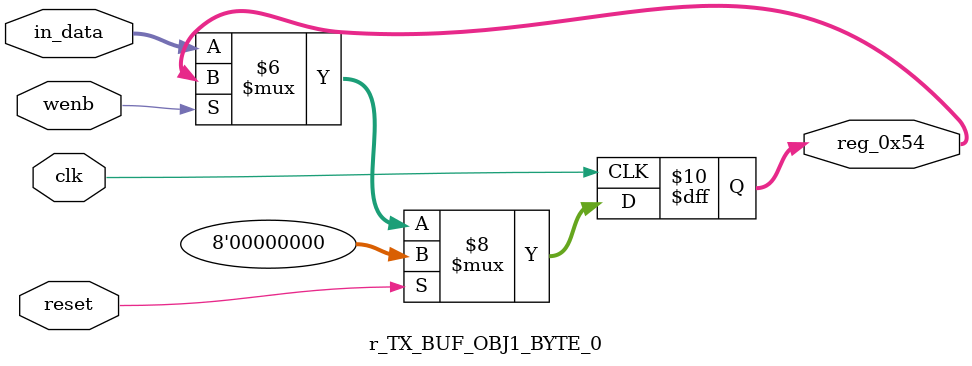
<source format=v>
module r_TX_BUF_OBJ1_BYTE_0(output reg [7:0] reg_0x54, input wire reset, input wire wenb, input wire [7:0] in_data, input wire clk);
	always@(posedge clk)
	begin
		if(reset==0) begin
			if(wenb==0)
				reg_0x54<=in_data;
			else
				reg_0x54<=reg_0x54;
		end
		else
			reg_0x54<=8'h00;
	end
endmodule
</source>
